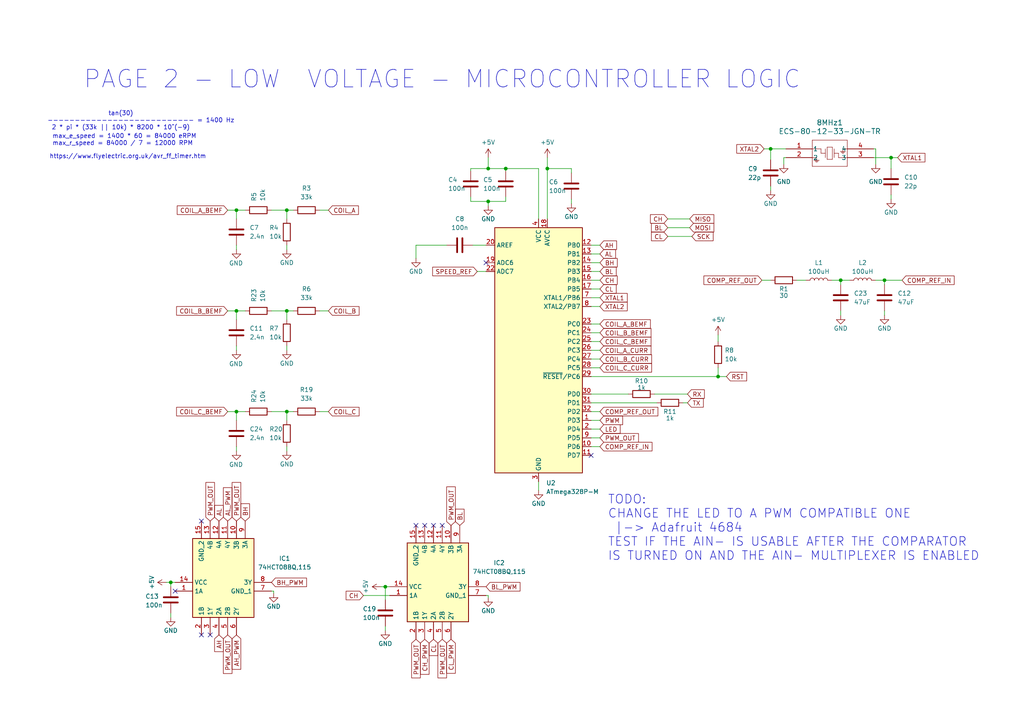
<source format=kicad_sch>
(kicad_sch (version 20231120) (generator "eeschema") (generator_version "8.0")
  (paper "A4")
  (lib_symbols
    (symbol "74HCT08BQ_115:74HCT08BQ,115"
      (property "Reference" "IC" (at 24.13 17.78 0))
      (property "Value" "74HCT08BQ,115" (at 24.13 15.24 0))
      (symbol "74HCT08BQ,115_1_1"
        (rectangle (start 5.08 12.7) (end 22.86 -10.16) (stroke (width 0.254)) (fill (type background)))
        (pin passive line (at 0 -2.54 0) (length 5.08) (name "1A") (number "1"))
        (pin passive line (at 17.78 17.78 270) (length 5.08) (name "3B") (number "10"))
        (pin passive line (at 15.24 17.78 270) (length 5.08) (name "4Y") (number "11"))
        (pin passive line (at 12.7 17.78 270) (length 5.08) (name "4A") (number "12"))
        (pin passive line (at 10.16 17.78 270) (length 5.08) (name "4B") (number "13"))
        (pin passive line (at 0 0 0) (length 5.08) (name "VCC") (number "14"))
        (pin passive line (at 7.62 17.78 270) (length 5.08) (name "GND_2") (number "15"))
        (pin passive line (at 7.62 -15.24 90) (length 5.08) (name "1B") (number "2"))
        (pin passive line (at 10.16 -15.24 90) (length 5.08) (name "1Y") (number "3"))
        (pin passive line (at 12.7 -15.24 90) (length 5.08) (name "2A") (number "4"))
        (pin passive line (at 15.24 -15.24 90) (length 5.08) (name "2B") (number "5"))
        (pin passive line (at 17.78 -15.24 90) (length 5.08) (name "2Y") (number "6"))
        (pin passive line (at 27.94 -2.54 180) (length 5.08) (name "GND_1") (number "7"))
        (pin passive line (at 27.94 0 180) (length 5.08) (name "3Y") (number "8"))
        (pin passive line (at 20.32 17.78 270) (length 5.08) (name "3A") (number "9"))
      )
    )
    (symbol "Device:C" (pin_numbers hide) (pin_names (offset 0.254))
      (property "Reference" "C" (at 0.635 2.54 0))
      (property "Value" "C" (at 0.635 -2.54 0))
      (symbol "C_0_1"
        (polyline (pts (xy -2.032 -0.762) (xy 2.032 -0.762)) (stroke (width 0.508)))
        (polyline (pts (xy -2.032 0.762) (xy 2.032 0.762)) (stroke (width 0.508)))
      )
      (symbol "C_1_1"
        (pin passive line (at 0 3.81 270) (length 2.794) (name "~") (number "1"))
        (pin passive line (at 0 -3.81 90) (length 2.794) (name "~") (number "2"))
      )
    )
    (symbol "Device:L" (pin_numbers hide) (pin_names (offset 1.016) hide)
      (property "Reference" "L" (at -1.27 0 90))
      (property "Value" "L" (at 1.905 0 90))
      (symbol "L_0_1"
        (arc (start 0 -2.54) (mid 0.6323 -1.905) (end 0 -1.27))
        (arc (start 0 -1.27) (mid 0.6323 -0.635) (end 0 0))
        (arc (start 0 0) (mid 0.6323 0.635) (end 0 1.27))
        (arc (start 0 1.27) (mid 0.6323 1.905) (end 0 2.54))
      )
      (symbol "L_1_1"
        (pin passive line (at 0 3.81 270) (length 1.27) (name "1") (number "1"))
        (pin passive line (at 0 -3.81 90) (length 1.27) (name "2") (number "2"))
      )
    )
    (symbol "Device:R" (pin_numbers hide) (pin_names (offset 0))
      (property "Reference" "R" (at 2.032 0 90))
      (property "Value" "R" (at 0 0 90))
      (symbol "R_0_1"
        (rectangle (start -1.016 -2.54) (end 1.016 2.54) (stroke (width 0.254)))
      )
      (symbol "R_1_1"
        (pin passive line (at 0 3.81 270) (length 1.27) (name "~") (number "1"))
        (pin passive line (at 0 -3.81 90) (length 1.27) (name "~") (number "2"))
      )
    )
    (symbol "ECS-80-12-30BQ-JES-TR:ECS-80-12-30BQ-JES-TR" (pin_names (offset 0.254))
      (property "Reference" "XTAL" (at 12.7 7.62 0))
      (property "Value" "ECS-80-12-30BQ-JES-TR" (at 12.7 5.08 0))
      (symbol "ECS-80-12-30BQ-JES-TR_0_1"
        (polyline (pts (xy 7.62 -5.08) (xy 17.78 -5.08)) (stroke (width 0.127)))
        (polyline (pts (xy 7.62 -2.54) (xy 8.89 -2.54)) (stroke (width 0.127)))
        (polyline (pts (xy 7.62 2.54) (xy 7.62 -5.08)) (stroke (width 0.127)))
        (polyline (pts (xy 8.128 -3.302) (xy 9.652 -3.302)) (stroke (width 0.127)))
        (polyline (pts (xy 8.382 -3.556) (xy 9.398 -3.556)) (stroke (width 0.127)))
        (polyline (pts (xy 8.636 -3.81) (xy 9.144 -3.81)) (stroke (width 0.127)))
        (polyline (pts (xy 8.89 -2.54) (xy 8.89 -3.302)) (stroke (width 0.127)))
        (polyline (pts (xy 10.16 -1.27) (xy 10.16 0)) (stroke (width 0.127)))
        (polyline (pts (xy 10.16 0) (xy 7.62 0)) (stroke (width 0.127)))
        (polyline (pts (xy 11.43 -1.27) (xy 10.16 -1.27)) (stroke (width 0.127)))
        (polyline (pts (xy 11.43 0) (xy 11.43 -2.54)) (stroke (width 0.127)))
        (polyline (pts (xy 11.938 -3.048) (xy 13.462 -3.048)) (stroke (width 0.127)))
        (polyline (pts (xy 11.938 0.508) (xy 11.938 -3.048)) (stroke (width 0.127)))
        (polyline (pts (xy 13.462 -3.048) (xy 13.462 0.508)) (stroke (width 0.127)))
        (polyline (pts (xy 13.462 0.508) (xy 11.938 0.508)) (stroke (width 0.127)))
        (polyline (pts (xy 13.97 -1.27) (xy 15.24 -1.27)) (stroke (width 0.127)))
        (polyline (pts (xy 13.97 0) (xy 13.97 -2.54)) (stroke (width 0.127)))
        (polyline (pts (xy 15.24 -2.54) (xy 17.78 -2.54)) (stroke (width 0.127)))
        (polyline (pts (xy 15.24 -1.27) (xy 15.24 -2.54)) (stroke (width 0.127)))
        (polyline (pts (xy 16.51 0) (xy 16.51 -0.762)) (stroke (width 0.127)))
        (polyline (pts (xy 16.764 -1.27) (xy 16.256 -1.27)) (stroke (width 0.127)))
        (polyline (pts (xy 17.018 -1.016) (xy 16.002 -1.016)) (stroke (width 0.127)))
        (polyline (pts (xy 17.272 -0.762) (xy 15.748 -0.762)) (stroke (width 0.127)))
        (polyline (pts (xy 17.78 -5.08) (xy 17.78 2.54)) (stroke (width 0.127)))
        (polyline (pts (xy 17.78 0) (xy 16.51 0)) (stroke (width 0.127)))
        (polyline (pts (xy 17.78 2.54) (xy 7.62 2.54)) (stroke (width 0.127)))
        (pin output line (at 0 0 0) (length 7.62) (name "1") (number "1"))
        (pin power_out line (at 0 -2.54 0) (length 7.62) (name "2") (number "2"))
        (pin output line (at 25.4 -2.54 180) (length 7.62) (name "3") (number "3"))
        (pin power_out line (at 25.4 0 180) (length 7.62) (name "4") (number "4"))
      )
    )
    (symbol "MCU_Microchip_ATmega:ATmega328P-M"
      (property "Reference" "U" (at -12.7 36.83 0))
      (property "Value" "ATmega328P-M" (at 2.54 -36.83 0))
      (symbol "ATmega328P-M_0_1"
        (rectangle (start -12.7 -35.56) (end 12.7 35.56) (stroke (width 0.254)) (fill (type background)))
      )
      (symbol "ATmega328P-M_1_1"
        (pin bidirectional line (at 15.24 -20.32 180) (length 2.54) (name "PD3") (number "1"))
        (pin bidirectional line (at 15.24 -27.94 180) (length 2.54) (name "PD6") (number "10"))
        (pin bidirectional line (at 15.24 -30.48 180) (length 2.54) (name "PD7") (number "11"))
        (pin bidirectional line (at 15.24 30.48 180) (length 2.54) (name "PB0") (number "12"))
        (pin bidirectional line (at 15.24 27.94 180) (length 2.54) (name "PB1") (number "13"))
        (pin bidirectional line (at 15.24 25.4 180) (length 2.54) (name "PB2") (number "14"))
        (pin bidirectional line (at 15.24 22.86 180) (length 2.54) (name "PB3") (number "15"))
        (pin bidirectional line (at 15.24 20.32 180) (length 2.54) (name "PB4") (number "16"))
        (pin bidirectional line (at 15.24 17.78 180) (length 2.54) (name "PB5") (number "17"))
        (pin power_in line (at 2.54 38.1 270) (length 2.54) (name "AVCC") (number "18"))
        (pin input line (at -15.24 25.4 0) (length 2.54) (name "ADC6") (number "19"))
        (pin bidirectional line (at 15.24 -22.86 180) (length 2.54) (name "PD4") (number "2"))
        (pin passive line (at -15.24 30.48 0) (length 2.54) (name "AREF") (number "20"))
        (pin passive line (at 0 -38.1 90) (length 2.54) hide (name "GND") (number "21"))
        (pin input line (at -15.24 22.86 0) (length 2.54) (name "ADC7") (number "22"))
        (pin bidirectional line (at 15.24 7.62 180) (length 2.54) (name "PC0") (number "23"))
        (pin bidirectional line (at 15.24 5.08 180) (length 2.54) (name "PC1") (number "24"))
        (pin bidirectional line (at 15.24 2.54 180) (length 2.54) (name "PC2") (number "25"))
        (pin bidirectional line (at 15.24 0 180) (length 2.54) (name "PC3") (number "26"))
        (pin bidirectional line (at 15.24 -2.54 180) (length 2.54) (name "PC4") (number "27"))
        (pin bidirectional line (at 15.24 -5.08 180) (length 2.54) (name "PC5") (number "28"))
        (pin bidirectional line (at 15.24 -7.62 180) (length 2.54) (name "~{RESET}/PC6") (number "29"))
        (pin power_in line (at 0 -38.1 90) (length 2.54) (name "GND") (number "3"))
        (pin bidirectional line (at 15.24 -12.7 180) (length 2.54) (name "PD0") (number "30"))
        (pin bidirectional line (at 15.24 -15.24 180) (length 2.54) (name "PD1") (number "31"))
        (pin bidirectional line (at 15.24 -17.78 180) (length 2.54) (name "PD2") (number "32"))
        (pin passive line (at 0 -38.1 90) (length 2.54) hide (name "GND") (number "33"))
        (pin power_in line (at 0 38.1 270) (length 2.54) (name "VCC") (number "4"))
        (pin passive line (at 0 -38.1 90) (length 2.54) hide (name "GND") (number "5"))
        (pin passive line (at 0 38.1 270) (length 2.54) hide (name "VCC") (number "6"))
        (pin bidirectional line (at 15.24 15.24 180) (length 2.54) (name "XTAL1/PB6") (number "7"))
        (pin bidirectional line (at 15.24 12.7 180) (length 2.54) (name "XTAL2/PB7") (number "8"))
        (pin bidirectional line (at 15.24 -25.4 180) (length 2.54) (name "PD5") (number "9"))
      )
    )
    (symbol "power:+5V" (power) (pin_names (offset 0))
      (property "Value" "+5V" (at 0 3.556 0))
      (symbol "+5V_0_1"
        (polyline (pts (xy -0.762 1.27) (xy 0 2.54)))
        (polyline (pts (xy 0 0) (xy 0 2.54)))
        (polyline (pts (xy 0 2.54) (xy 0.762 1.27)))
      )
      (symbol "+5V_1_1"
        (pin power_in line (at 0 0 90) (length 0) hide (name "+5V") (number "1"))
      )
    )
    (symbol "power:GND" (power) (pin_names (offset 0))
      (property "Value" "GND" (at 0 -3.81 0))
      (symbol "GND_0_1"
        (polyline (pts (xy 0 0) (xy 0 -1.27) (xy 1.27 -1.27) (xy 0 -2.54) (xy -1.27 -1.27) (xy 0 -1.27)))
      )
      (symbol "GND_1_1"
        (pin power_in line (at 0 0 270) (length 0) hide (name "GND") (number "1"))
      )
    )
  )
  (junction (at 68.58 60.96))
  (junction (at 111.76 170.18))
  (junction (at 146.685 48.895))
  (junction (at 141.605 48.895))
  (junction (at 243.84 81.28))
  (junction (at 49.53 168.91))
  (junction (at 83.185 90.17))
  (junction (at 83.185 60.96))
  (junction (at 83.185 119.38))
  (junction (at 158.75 48.895))
  (junction (at 256.54 81.28))
  (junction (at 223.52 43.18))
  (junction (at 208.28 109.22))
  (junction (at 68.58 90.17))
  (junction (at 68.58 119.38))
  (junction (at 141.605 58.42))
  (junction (at 258.445 45.72))
  (no_connect (at 128.27 152.4))
  (no_connect (at 123.19 152.4))
  (no_connect (at 60.96 184.15))
  (no_connect (at 120.65 152.4))
  (no_connect (at 58.42 151.13))
  (no_connect (at 50.8 171.45))
  (no_connect (at 58.42 184.15))
  (no_connect (at 171.45 132.08))
  (no_connect (at 125.73 152.4))
  (no_connect (at 140.97 76.2))
  (wire (pts (xy 256.54 81.28) (xy 261.62 81.28)))
  (wire (pts (xy 78.74 60.96) (xy 83.185 60.96)))
  (wire (pts (xy 68.58 90.17) (xy 68.58 92.71)))
  (wire (pts (xy 171.45 81.28) (xy 173.99 81.28)))
  (wire (pts (xy 171.45 86.36) (xy 173.99 86.36)))
  (wire (pts (xy 68.58 119.38) (xy 68.58 121.92)))
  (wire (pts (xy 68.58 60.96) (xy 71.12 60.96)))
  (wire (pts (xy 220.98 81.28) (xy 223.52 81.28)))
  (wire (pts (xy 231.14 81.28) (xy 233.68 81.28)))
  (wire (pts (xy 171.45 99.06) (xy 173.99 99.06)))
  (wire (pts (xy 83.185 129.54) (xy 83.185 130.81)))
  (wire (pts (xy 141.605 58.42) (xy 146.685 58.42)))
  (wire (pts (xy 171.45 93.98) (xy 173.99 93.98)))
  (wire (pts (xy 227.33 45.72) (xy 227.33 47.625)))
  (wire (pts (xy 68.58 90.17) (xy 71.12 90.17)))
  (wire (pts (xy 171.45 76.2) (xy 173.99 76.2)))
  (wire (pts (xy 221.615 43.18) (xy 223.52 43.18)))
  (wire (pts (xy 136.525 49.53) (xy 136.525 48.895)))
  (wire (pts (xy 140.97 172.72) (xy 141.605 172.72)))
  (wire (pts (xy 193.675 68.58) (xy 200.66 68.58)))
  (wire (pts (xy 223.52 43.18) (xy 223.52 46.355)))
  (wire (pts (xy 66.04 60.96) (xy 68.58 60.96)))
  (wire (pts (xy 146.685 57.15) (xy 146.685 58.42)))
  (wire (pts (xy 158.75 63.5) (xy 158.75 48.895)))
  (wire (pts (xy 83.185 119.38) (xy 83.185 121.92)))
  (wire (pts (xy 92.71 90.17) (xy 95.25 90.17)))
  (wire (pts (xy 173.99 124.46) (xy 171.45 124.46)))
  (wire (pts (xy 171.45 106.68) (xy 173.99 106.68)))
  (wire (pts (xy 49.53 170.18) (xy 49.53 168.91)))
  (wire (pts (xy 165.735 57.785) (xy 165.735 59.055)))
  (wire (pts (xy 193.675 66.04) (xy 200.025 66.04)))
  (wire (pts (xy 243.84 91.44) (xy 243.84 90.17)))
  (wire (pts (xy 171.45 83.82) (xy 173.99 83.82)))
  (wire (pts (xy 78.74 119.38) (xy 83.185 119.38)))
  (wire (pts (xy 111.76 173.99) (xy 111.76 170.18)))
  (wire (pts (xy 146.685 48.895) (xy 156.21 48.895)))
  (wire (pts (xy 83.185 71.12) (xy 83.185 72.39)))
  (wire (pts (xy 158.75 48.895) (xy 165.735 48.895)))
  (wire (pts (xy 79.375 171.45) (xy 79.375 172.085)))
  (wire (pts (xy 258.445 45.72) (xy 258.445 48.895)))
  (wire (pts (xy 158.75 48.895) (xy 158.75 45.72)))
  (wire (pts (xy 68.58 129.54) (xy 68.58 130.81)))
  (wire (pts (xy 78.74 90.17) (xy 83.185 90.17)))
  (wire (pts (xy 208.28 109.22) (xy 210.693 109.22)))
  (wire (pts (xy 193.675 63.5) (xy 200.025 63.5)))
  (wire (pts (xy 256.54 91.44) (xy 256.54 90.17)))
  (wire (pts (xy 105.41 172.72) (xy 113.03 172.72)))
  (wire (pts (xy 223.52 53.975) (xy 223.52 55.245)))
  (wire (pts (xy 256.54 81.28) (xy 256.54 82.55)))
  (wire (pts (xy 120.65 71.12) (xy 120.65 74.93)))
  (wire (pts (xy 208.28 97.155) (xy 208.28 99.06)))
  (wire (pts (xy 68.58 71.12) (xy 68.58 72.39)))
  (wire (pts (xy 83.185 60.96) (xy 83.185 63.5)))
  (wire (pts (xy 258.445 56.515) (xy 258.445 57.785)))
  (wire (pts (xy 92.71 119.38) (xy 95.25 119.38)))
  (wire (pts (xy 171.45 78.74) (xy 173.99 78.74)))
  (wire (pts (xy 83.185 90.17) (xy 85.09 90.17)))
  (wire (pts (xy 111.76 181.61) (xy 111.76 182.88)))
  (wire (pts (xy 66.04 119.38) (xy 68.58 119.38)))
  (wire (pts (xy 198.12 116.84) (xy 199.39 116.84)))
  (wire (pts (xy 171.45 101.6) (xy 173.99 101.6)))
  (wire (pts (xy 171.45 71.12) (xy 173.99 71.12)))
  (wire (pts (xy 66.04 90.17) (xy 68.58 90.17)))
  (wire (pts (xy 156.21 139.7) (xy 156.21 142.24)))
  (wire (pts (xy 136.525 48.895) (xy 141.605 48.895)))
  (wire (pts (xy 246.38 81.28) (xy 243.84 81.28)))
  (wire (pts (xy 83.185 119.38) (xy 85.09 119.38)))
  (wire (pts (xy 253.365 45.72) (xy 258.445 45.72)))
  (wire (pts (xy 92.71 60.96) (xy 95.25 60.96)))
  (wire (pts (xy 141.605 58.42) (xy 141.605 59.69)))
  (wire (pts (xy 254 43.18) (xy 254 47.625)))
  (wire (pts (xy 83.185 60.96) (xy 85.09 60.96)))
  (wire (pts (xy 189.865 114.3) (xy 199.39 114.3)))
  (wire (pts (xy 241.3 81.28) (xy 243.84 81.28)))
  (wire (pts (xy 171.45 96.52) (xy 173.99 96.52)))
  (wire (pts (xy 136.525 58.42) (xy 141.605 58.42)))
  (wire (pts (xy 83.185 90.17) (xy 83.185 92.71)))
  (wire (pts (xy 227.965 45.72) (xy 227.33 45.72)))
  (wire (pts (xy 171.45 129.54) (xy 173.99 129.54)))
  (wire (pts (xy 49.53 177.8) (xy 49.53 179.07)))
  (wire (pts (xy 136.525 57.15) (xy 136.525 58.42)))
  (wire (pts (xy 171.45 121.92) (xy 173.99 121.92)))
  (wire (pts (xy 137.16 71.12) (xy 140.97 71.12)))
  (wire (pts (xy 141.605 48.895) (xy 146.685 48.895)))
  (wire (pts (xy 68.58 100.33) (xy 68.58 101.6)))
  (wire (pts (xy 171.45 104.14) (xy 173.99 104.14)))
  (wire (pts (xy 171.45 88.9) (xy 173.99 88.9)))
  (wire (pts (xy 171.45 109.22) (xy 208.28 109.22)))
  (wire (pts (xy 258.445 45.72) (xy 260.35 45.72)))
  (wire (pts (xy 171.45 116.84) (xy 190.5 116.84)))
  (wire (pts (xy 156.21 48.895) (xy 156.21 63.5)))
  (wire (pts (xy 223.52 43.18) (xy 227.965 43.18)))
  (wire (pts (xy 254 81.28) (xy 256.54 81.28)))
  (wire (pts (xy 171.45 73.66) (xy 173.99 73.66)))
  (wire (pts (xy 253.365 43.18) (xy 254 43.18)))
  (wire (pts (xy 171.45 119.38) (xy 173.99 119.38)))
  (wire (pts (xy 110.49 170.18) (xy 111.76 170.18)))
  (wire (pts (xy 83.185 100.33) (xy 83.185 101.6)))
  (wire (pts (xy 141.605 48.895) (xy 141.605 45.72)))
  (wire (pts (xy 138.43 78.74) (xy 140.97 78.74)))
  (wire (pts (xy 208.28 106.68) (xy 208.28 109.22)))
  (wire (pts (xy 129.54 71.12) (xy 120.65 71.12)))
  (wire (pts (xy 68.58 60.96) (xy 68.58 63.5)))
  (wire (pts (xy 48.26 168.91) (xy 49.53 168.91)))
  (wire (pts (xy 141.605 172.72) (xy 141.605 173.355)))
  (wire (pts (xy 146.685 49.53) (xy 146.685 48.895)))
  (wire (pts (xy 111.76 170.18) (xy 113.03 170.18)))
  (wire (pts (xy 243.84 81.28) (xy 243.84 82.55)))
  (wire (pts (xy 171.45 114.3) (xy 182.245 114.3)))
  (wire (pts (xy 171.45 127) (xy 173.99 127)))
  (wire (pts (xy 68.58 119.38) (xy 71.12 119.38)))
  (wire (pts (xy 165.735 48.895) (xy 165.735 50.165)))
  (wire (pts (xy 78.74 171.45) (xy 79.375 171.45)))
  (wire (pts (xy 49.53 168.91) (xy 50.8 168.91)))
  (text "https://www.flyelectric.org.uk/avr_ff_timer.htm" (at 37.084 45.466 0) (effects (font (size 1.27 1.27))))
  (text "tan(30)\n            --------------------------- = 1400 Hz\n2 * pi * (33k || 10k) * 8200 * 10^(-9)" (at 35.052 35.052 0) (effects (font (size 1.27 1.27))))
  (text "max_e_speed = 1400 * 60 = 84000 eRPM\n max_r_speed = 84000 / 7 = 12000 RPM  " (at 36.068 40.64 0) (effects (font (size 1.27 1.27))))
  (text "PAGE 2 - LOW  VOLTAGE - MICROCONTROLLER LOGIC\n" (at 24.13 23.114 0) (effects (font (size 5.08 5.08)) (justify left)))
  (text "TODO:\nCHANGE THE LED TO A PWM COMPATIBLE ONE\n |-> Adafruit 4684\nTEST IF THE AIN- IS USABLE AFTER THE COMPARATOR\nIS TURNED ON AND THE AIN- MULTIPLEXER IS ENABLED" (at 176.276 153.162 0) (effects (font (size 2.54 2.54)) (justify left)))
  (global_label "XTAL1" (shape input) (at 260.35 45.72 0) (property "Intersheetrefs" "${INTERSHEET_REFS}" (effects (hide yes))))
  (global_label "COIL_C_BEMF" (shape input) (at 66.04 119.38 180) (property "Intersheetrefs" "${INTERSHEET_REFS}" (effects (hide yes))))
  (global_label "COIL_A_CURR" (shape input) (at 173.99 101.6 0) (property "Intersheetrefs" "${INTERSHEET_REFS}" (effects (hide yes))))
  (global_label "CH" (shape input) (at 105.41 172.72 180) (property "Intersheetrefs" "${INTERSHEET_REFS}" (effects (hide yes))))
  (global_label "PWM" (shape input) (at 173.99 121.92 0) (property "Intersheetrefs" "${INTERSHEET_REFS}" (effects (hide yes))))
  (global_label "MISO" (shape input) (at 200.025 63.5 0) (property "Intersheetrefs" "${INTERSHEET_REFS}" (effects (hide yes))))
  (global_label "LED" (shape input) (at 173.99 124.46 0) (property "Intersheetrefs" "${INTERSHEET_REFS}" (effects (hide yes))))
  (global_label "COIL_B_BEMF" (shape input) (at 173.99 96.52 0) (property "Intersheetrefs" "${INTERSHEET_REFS}" (effects (hide yes))))
  (global_label "AH" (shape input) (at 63.5 184.15 270) (property "Intersheetrefs" "${INTERSHEET_REFS}" (effects (hide yes))))
  (global_label "AL_PWM" (shape input) (at 66.04 151.13 90) (property "Intersheetrefs" "${INTERSHEET_REFS}" (effects (hide yes))))
  (global_label "CL_PWM" (shape input) (at 130.81 185.42 270) (property "Intersheetrefs" "${INTERSHEET_REFS}" (effects (hide yes))))
  (global_label "COIL_C" (shape input) (at 95.25 119.38 0) (property "Intersheetrefs" "${INTERSHEET_REFS}" (effects (hide yes))))
  (global_label "XTAL2" (shape input) (at 221.615 43.18 180) (property "Intersheetrefs" "${INTERSHEET_REFS}" (effects (hide yes))))
  (global_label "CL" (shape input) (at 193.675 68.58 180) (property "Intersheetrefs" "${INTERSHEET_REFS}" (effects (hide yes))))
  (global_label "PWM_OUT" (shape input) (at 130.81 152.4 90) (property "Intersheetrefs" "${INTERSHEET_REFS}" (effects (hide yes))))
  (global_label "COMP_REF_IN" (shape input) (at 261.62 81.28 0) (property "Intersheetrefs" "${INTERSHEET_REFS}" (effects (hide yes))))
  (global_label "COMP_REF_OUT" (shape input) (at 220.98 81.28 180) (property "Intersheetrefs" "${INTERSHEET_REFS}" (effects (hide yes))))
  (global_label "COIL_B" (shape input) (at 95.25 90.17 0) (property "Intersheetrefs" "${INTERSHEET_REFS}" (effects (hide yes))))
  (global_label "XTAL1" (shape input) (at 173.99 86.36 0) (property "Intersheetrefs" "${INTERSHEET_REFS}" (effects (hide yes))))
  (global_label "PWM_OUT" (shape input) (at 68.58 151.13 90) (property "Intersheetrefs" "${INTERSHEET_REFS}" (effects (hide yes))))
  (global_label "BL" (shape input) (at 193.675 66.04 180) (property "Intersheetrefs" "${INTERSHEET_REFS}" (effects (hide yes))))
  (global_label "COIL_A_BEMF" (shape input) (at 173.99 93.98 0) (property "Intersheetrefs" "${INTERSHEET_REFS}" (effects (hide yes))))
  (global_label "COMP_REF_IN" (shape input) (at 173.99 129.54 0) (property "Intersheetrefs" "${INTERSHEET_REFS}" (effects (hide yes))))
  (global_label "CH" (shape input) (at 173.99 81.28 0) (property "Intersheetrefs" "${INTERSHEET_REFS}" (effects (hide yes))))
  (global_label "BL" (shape input) (at 133.35 152.4 90) (property "Intersheetrefs" "${INTERSHEET_REFS}" (effects (hide yes))))
  (global_label "SPEED_REF" (shape input) (at 138.43 78.74 180) (property "Intersheetrefs" "${INTERSHEET_REFS}" (effects (hide yes))))
  (global_label "CL" (shape input) (at 173.99 83.82 0) (property "Intersheetrefs" "${INTERSHEET_REFS}" (effects (hide yes))))
  (global_label "XTAL2" (shape input) (at 173.99 88.9 0) (property "Intersheetrefs" "${INTERSHEET_REFS}" (effects (hide yes))))
  (global_label "SCK" (shape input) (at 200.66 68.58 0) (property "Intersheetrefs" "${INTERSHEET_REFS}" (effects (hide yes))))
  (global_label "CL" (shape input) (at 125.73 185.42 270) (property "Intersheetrefs" "${INTERSHEET_REFS}" (effects (hide yes))))
  (global_label "AH" (shape input) (at 173.99 71.12 0) (property "Intersheetrefs" "${INTERSHEET_REFS}" (effects (hide yes))))
  (global_label "PWM_OUT" (shape input) (at 173.99 127 0) (property "Intersheetrefs" "${INTERSHEET_REFS}" (effects (hide yes))))
  (global_label "AL" (shape input) (at 173.99 73.66 0) (property "Intersheetrefs" "${INTERSHEET_REFS}" (effects (hide yes))))
  (global_label "COIL_C_CURR" (shape input) (at 173.99 106.68 0) (property "Intersheetrefs" "${INTERSHEET_REFS}" (effects (hide yes))))
  (global_label "AL" (shape input) (at 63.5 151.13 90) (property "Intersheetrefs" "${INTERSHEET_REFS}" (effects (hide yes))))
  (global_label "RX" (shape input) (at 199.39 114.3 0) (property "Intersheetrefs" "${INTERSHEET_REFS}" (effects (hide yes))))
  (global_label "COIL_B_CURR" (shape input) (at 173.99 104.14 0) (property "Intersheetrefs" "${INTERSHEET_REFS}" (effects (hide yes))))
  (global_label "RST" (shape input) (at 210.693 109.22 0) (property "Intersheetrefs" "${INTERSHEET_REFS}" (effects (hide yes))))
  (global_label "CH_PWM" (shape input) (at 123.19 185.42 270) (property "Intersheetrefs" "${INTERSHEET_REFS}" (effects (hide yes))))
  (global_label "COIL_B_BEMF" (shape input) (at 66.04 90.17 180) (property "Intersheetrefs" "${INTERSHEET_REFS}" (effects (hide yes))))
  (global_label "PWM_OUT" (shape input) (at 60.96 151.13 90) (property "Intersheetrefs" "${INTERSHEET_REFS}" (effects (hide yes))))
  (global_label "PWM_OUT" (shape input) (at 66.04 184.15 270) (property "Intersheetrefs" "${INTERSHEET_REFS}" (effects (hide yes))))
  (global_label "PWM_OUT" (shape input) (at 120.65 185.42 270) (property "Intersheetrefs" "${INTERSHEET_REFS}" (effects (hide yes))))
  (global_label "BH" (shape input) (at 173.99 76.2 0) (property "Intersheetrefs" "${INTERSHEET_REFS}" (effects (hide yes))))
  (global_label "COIL_C_BEMF" (shape input) (at 173.99 99.06 0) (property "Intersheetrefs" "${INTERSHEET_REFS}" (effects (hide yes))))
  (global_label "COIL_A_BEMF" (shape input) (at 66.04 60.96 180) (property "Intersheetrefs" "${INTERSHEET_REFS}" (effects (hide yes))))
  (global_label "CH" (shape input) (at 193.675 63.5 180) (property "Intersheetrefs" "${INTERSHEET_REFS}" (effects (hide yes))))
  (global_label "PWM_OUT" (shape input) (at 128.27 185.42 270) (property "Intersheetrefs" "${INTERSHEET_REFS}" (effects (hide yes))))
  (global_label "COMP_REF_OUT" (shape input) (at 173.99 119.38 0) (property "Intersheetrefs" "${INTERSHEET_REFS}" (effects (hide yes))))
  (global_label "BL_PWM" (shape input) (at 140.97 170.18 0) (property "Intersheetrefs" "${INTERSHEET_REFS}" (effects (hide yes))))
  (global_label "BH" (shape input) (at 71.12 151.13 90) (property "Intersheetrefs" "${INTERSHEET_REFS}" (effects (hide yes))))
  (global_label "COIL_A" (shape input) (at 95.25 60.96 0) (property "Intersheetrefs" "${INTERSHEET_REFS}" (effects (hide yes))))
  (global_label "BH_PWM" (shape input) (at 78.74 168.91 0) (property "Intersheetrefs" "${INTERSHEET_REFS}" (effects (hide yes))))
  (global_label "BL" (shape input) (at 173.99 78.74 0) (property "Intersheetrefs" "${INTERSHEET_REFS}" (effects (hide yes))))
  (global_label "MOSI" (shape input) (at 200.025 66.04 0) (property "Intersheetrefs" "${INTERSHEET_REFS}" (effects (hide yes))))
  (global_label "AH_PWM" (shape input) (at 68.58 184.15 270) (property "Intersheetrefs" "${INTERSHEET_REFS}" (effects (hide yes))))
  (global_label "TX" (shape input) (at 199.39 116.84 0) (property "Intersheetrefs" "${INTERSHEET_REFS}" (effects (hide yes))))
  (symbol (lib_id "Device:C") (at 243.84 86.36 180) (unit 1)
    (property "Reference" "C23" (at 247.65 85.0899 0) (effects (justify right)))
    (property "Value" "47uF" (at 247.65 87.6299 0) (effects (justify right)))
    (property "Footprint" "Capacitor_SMD:C_0805_2012Metric" (effects (hide yes)))
  )
  (symbol (lib_id "power:GND") (at 156.21 142.24 0) (unit 1)
    (property "Reference" "#PWR028" (effects (hide yes)))
    (property "Value" "GND" (at 156.21 146.05 0))
  )
  (symbol (lib_id "power:GND") (at 49.53 179.07 0) (unit 1)
    (property "Reference" "#PWR045" (effects (hide yes)))
    (property "Value" "GND" (at 49.53 182.88 0))
  )
  (symbol (lib_id "Device:R") (at 83.185 125.73 180) (unit 1)
    (property "Reference" "R20" (at 78.105 124.46 0) (effects (justify right)))
    (property "Value" "10k" (at 78.105 127 0) (effects (justify right)))
    (property "Footprint" "Resistor_SMD:R_0402_1005Metric" (effects (hide yes)))
  )
  (symbol (lib_id "Device:C") (at 49.53 173.99 180) (unit 1)
    (property "Reference" "C13" (at 42.164 172.974 0) (effects (justify right)))
    (property "Value" "100n" (at 42.164 175.514 0) (effects (justify right)))
    (property "Footprint" "Capacitor_SMD:C_0603_1608Metric" (effects (hide yes)))
  )
  (symbol (lib_id "Device:C") (at 146.685 53.34 180) (unit 1)
    (property "Reference" "C5" (at 140.1318 52.1462 0) (effects (justify right)))
    (property "Value" "100n" (at 140.1318 54.6862 0) (effects (justify right)))
    (property "Footprint" "Capacitor_SMD:C_0603_1608Metric" (effects (hide yes)))
  )
  (symbol (lib_id "Device:R") (at 186.055 114.3 270) (unit 1)
    (property "Reference" "R10" (at 186.055 110.49 90))
    (property "Value" "1k" (at 186.055 112.395 90))
    (property "Footprint" "Resistor_SMD:R_0402_1005Metric" (effects (hide yes)))
  )
  (symbol (lib_id "Device:R") (at 194.31 116.84 270) (unit 1)
    (property "Reference" "R11" (at 194.31 119.38 90))
    (property "Value" "1k" (at 194.31 121.285 90))
    (property "Footprint" "Resistor_SMD:R_0402_1005Metric" (effects (hide yes)))
  )
  (symbol (lib_id "Device:C") (at 68.58 96.52 180) (unit 1)
    (property "Reference" "C11" (at 72.39 95.2499 0) (effects (justify right)))
    (property "Value" "2.4n" (at 72.39 97.7899 0) (effects (justify right)))
    (property "Footprint" "Capacitor_SMD:C_0402_1005Metric" (effects (hide yes)))
  )
  (symbol (lib_id "Device:R") (at 227.33 81.28 270) (unit 1)
    (property "Reference" "R1" (at 227.33 83.82 90))
    (property "Value" "30" (at 227.33 85.725 90))
    (property "Footprint" "Resistor_SMD:R_0402_1005Metric" (effects (hide yes)))
  )
  (symbol (lib_id "power:GND") (at 79.375 172.085 0) (unit 1)
    (property "Reference" "#PWR041" (effects (hide yes)))
    (property "Value" "GND" (at 79.375 175.895 0))
  )
  (symbol (lib_id "power:GND") (at 83.185 101.6 0) (unit 1)
    (property "Reference" "#PWR024" (effects (hide yes)))
    (property "Value" "GND" (at 83.185 105.41 0))
  )
  (symbol (lib_id "74HCT08BQ_115:74HCT08BQ,115") (at 50.8 168.91 0) (unit 1)
    (property "Reference" "IC1" (at 82.55 161.9819 0))
    (property "Value" "74HCT08BQ,115" (at 82.55 164.5219 0))
    (property "Footprint" "74HCT08BQ115:74HCT08BQ115" (effects (hide yes)))
    (property "Datasheet" "https://assets.nexperia.com/documents/data-sheet/74HC_HCT08.pdf" (effects (hide yes)))
    (property "Height" "1" (effects (hide yes)))
    (property "Mouser Part Number" "771-HCT08BQ115" (effects (hide yes)))
    (property "Mouser Price/Stock" "https://www.mouser.co.uk/ProductDetail/Nexperia/74HCT08BQ115?qs=P62ublwmbi8dqK72P265Rw%3D%3D" (effects (hide yes)))
    (property "Manufacturer_Name" "Nexperia" (effects (hide yes)))
    (property "Manufacturer_Part_Number" "74HCT08BQ,115" (effects (hide yes)))
  )
  (symbol (lib_id "Device:C") (at 136.525 53.34 180) (unit 1)
    (property "Reference" "C4" (at 129.9718 52.1462 0) (effects (justify right)))
    (property "Value" "100n" (at 129.9718 54.6862 0) (effects (justify right)))
    (property "Footprint" "Capacitor_SMD:C_0603_1608Metric" (effects (hide yes)))
  )
  (symbol (lib_id "Device:C") (at 223.52 50.165 180) (unit 1)
    (property "Reference" "C9" (at 216.9668 48.9712 0) (effects (justify right)))
    (property "Value" "22p" (at 216.9668 51.5112 0) (effects (justify right)))
    (property "Footprint" "Capacitor_SMD:C_0402_1005Metric" (effects (hide yes)))
  )
  (symbol (lib_id "power:+5V") (at 110.49 170.18 90) (unit 1)
    (property "Reference" "#PWR048" (effects (hide yes)))
    (property "Value" "+5V" (at 106.045 170.18 0))
  )
  (symbol (lib_id "Device:C") (at 111.76 177.8 180) (unit 1)
    (property "Reference" "C19" (at 105.2068 176.6062 0) (effects (justify right)))
    (property "Value" "100n" (at 105.2068 179.1462 0) (effects (justify right)))
    (property "Footprint" "Capacitor_SMD:C_0603_1608Metric" (effects (hide yes)))
  )
  (symbol (lib_id "Device:R") (at 88.9 119.38 90) (unit 1)
    (property "Reference" "R19" (at 88.9 113.03 90))
    (property "Value" "33k" (at 88.9 115.57 90))
    (property "Footprint" "Resistor_SMD:R_0402_1005Metric" (effects (hide yes)))
  )
  (symbol (lib_id "Device:L") (at 250.19 81.28 90) (unit 1)
    (property "Reference" "L2" (at 250.19 76.2 90))
    (property "Value" "100uH" (at 250.19 78.74 90))
    (property "Footprint" "Inductor_SMD:L_0805_2012Metric" (effects (hide yes)))
    (property "Description" "Inductor" (effects (hide yes)))
  )
  (symbol (lib_id "Device:R") (at 88.9 90.17 90) (unit 1)
    (property "Reference" "R6" (at 88.9 83.82 90))
    (property "Value" "33k" (at 88.9 86.36 90))
    (property "Footprint" "Resistor_SMD:R_0402_1005Metric" (effects (hide yes)))
  )
  (symbol (lib_id "power:GND") (at 141.605 173.355 0) (unit 1)
    (property "Reference" "#PWR042" (effects (hide yes)))
    (property "Value" "GND" (at 141.605 177.165 0))
  )
  (symbol (lib_id "Device:R") (at 208.28 102.87 0) (unit 1)
    (property "Reference" "R8" (at 210.185 101.6 0) (effects (justify left)))
    (property "Value" "10k" (at 210.185 104.14 0) (effects (justify left)))
    (property "Footprint" "Resistor_SMD:R_0402_1005Metric" (effects (hide yes)))
  )
  (symbol (lib_id "Device:R") (at 88.9 60.96 90) (unit 1)
    (property "Reference" "R3" (at 88.9 54.61 90))
    (property "Value" "33k" (at 88.9 57.15 90))
    (property "Footprint" "Resistor_SMD:R_0402_1005Metric" (effects (hide yes)))
  )
  (symbol (lib_id "Device:C") (at 68.58 125.73 180) (unit 1)
    (property "Reference" "C24" (at 72.39 124.4599 0) (effects (justify right)))
    (property "Value" "2.4n" (at 72.39 126.9999 0) (effects (justify right)))
    (property "Footprint" "Capacitor_SMD:C_0402_1005Metric" (effects (hide yes)))
  )
  (symbol (lib_id "Device:L") (at 237.49 81.28 90) (unit 1)
    (property "Reference" "L1" (at 237.49 76.2 90))
    (property "Value" "100uH" (at 237.49 78.74 90))
    (property "Footprint" "Inductor_SMD:L_0805_2012Metric" (effects (hide yes)))
    (property "Description" "Inductor" (effects (hide yes)))
  )
  (symbol (lib_id "power:+5V") (at 48.26 168.91 90) (unit 1)
    (property "Reference" "#PWR047" (effects (hide yes)))
    (property "Value" "+5V" (at 44.018 168.91 0))
  )
  (symbol (lib_id "Device:R") (at 74.93 119.38 270) (unit 1)
    (property "Reference" "R24" (at 73.66 116.84 0) (effects (justify right)))
    (property "Value" "10k" (at 76.2 116.84 0) (effects (justify right)))
    (property "Footprint" "Resistor_SMD:R_0402_1005Metric" (effects (hide yes)))
  )
  (symbol (lib_id "Device:C") (at 256.54 86.36 180) (unit 1)
    (property "Reference" "C12" (at 260.35 85.0899 0) (effects (justify right)))
    (property "Value" "47uF" (at 260.35 87.6299 0) (effects (justify right)))
    (property "Footprint" "Capacitor_SMD:C_0805_2012Metric" (effects (hide yes)))
  )
  (symbol (lib_id "power:GND") (at 227.33 47.625 0) (unit 1)
    (property "Reference" "#PWR018" (effects (hide yes)))
    (property "Value" "GND" (at 227.33 52.705 0))
  )
  (symbol (lib_id "Device:C") (at 133.35 71.12 90) (unit 1)
    (property "Reference" "C8" (at 133.35 63.5 90))
    (property "Value" "100n" (at 133.35 66.04 90))
    (property "Footprint" "Capacitor_SMD:C_0402_1005Metric" (effects (hide yes)))
  )
  (symbol (lib_id "power:GND") (at 68.58 72.39 0) (mirror y) (unit 1)
    (property "Reference" "#PWR013" (effects (hide yes)))
    (property "Value" "GND" (at 68.453 76.327 0))
  )
  (symbol (lib_id "power:GND") (at 223.52 55.245 0) (unit 1)
    (property "Reference" "#PWR020" (effects (hide yes)))
    (property "Value" "GND" (at 223.52 59.055 0))
  )
  (symbol (lib_id "MCU_Microchip_ATmega:ATmega328P-M") (at 156.21 101.6 0) (unit 1)
    (property "Reference" "U2" (at 158.4041 140.081 0) (effects (justify left)))
    (property "Value" "ATmega328P-M" (at 158.4041 142.621 0) (effects (justify left)))
    (property "Footprint" "Package_DFN_QFN:QFN-32-1EP_5x5mm_P0.5mm_EP3.1x3.1mm" (effects (hide yes)))
    (property "Datasheet" "http://ww1.microchip.com/downloads/en/DeviceDoc/ATmega328_P%20AVR%20MCU%20with%20picoPower%20Technology%20Data%20Sheet%2040001984A.pdf" (effects (hide yes)))
  )
  (symbol (lib_id "power:+5V") (at 158.75 45.72 0) (unit 1)
    (property "Reference" "#PWR012" (effects (hide yes)))
    (property "Value" "+5V" (at 158.75 41.275 0))
  )
  (symbol (lib_id "Device:C") (at 68.58 67.31 180) (unit 1)
    (property "Reference" "C7" (at 72.39 66.0399 0) (effects (justify right)))
    (property "Value" "2.4n" (at 72.39 68.5799 0) (effects (justify right)))
    (property "Footprint" "Capacitor_SMD:C_0402_1005Metric" (effects (hide yes)))
  )
  (symbol (lib_id "power:+5V") (at 141.605 45.72 0) (unit 1)
    (property "Reference" "#PWR011" (effects (hide yes)))
    (property "Value" "+5V" (at 141.605 41.275 0))
  )
  (symbol (lib_id "Device:R") (at 74.93 60.96 270) (unit 1)
    (property "Reference" "R5" (at 73.66 58.42 0) (effects (justify right)))
    (property "Value" "10k" (at 76.2 58.42 0) (effects (justify right)))
    (property "Footprint" "Resistor_SMD:R_0402_1005Metric" (effects (hide yes)))
  )
  (symbol (lib_id "power:+5V") (at 208.28 97.155 0) (unit 1)
    (property "Reference" "#PWR023" (effects (hide yes)))
    (property "Value" "+5V" (at 208.28 92.71 0))
  )
  (symbol (lib_id "Device:R") (at 74.93 90.17 270) (unit 1)
    (property "Reference" "R23" (at 73.66 87.63 0) (effects (justify right)))
    (property "Value" "10k" (at 76.2 87.63 0) (effects (justify right)))
    (property "Footprint" "Resistor_SMD:R_0402_1005Metric" (effects (hide yes)))
  )
  (symbol (lib_id "Device:R") (at 83.185 96.52 180) (unit 1)
    (property "Reference" "R7" (at 78.105 95.25 0) (effects (justify right)))
    (property "Value" "10k" (at 78.105 97.79 0) (effects (justify right)))
    (property "Footprint" "Resistor_SMD:R_0402_1005Metric" (effects (hide yes)))
  )
  (symbol (lib_id "power:GND") (at 243.84 91.44 0) (unit 1)
    (property "Reference" "#PWR044" (effects (hide yes)))
    (property "Value" "GND" (at 243.84 95.25 0))
  )
  (symbol (lib_id "power:GND") (at 68.58 101.6 0) (mirror y) (unit 1)
    (property "Reference" "#PWR050" (effects (hide yes)))
    (property "Value" "GND" (at 68.453 105.537 0))
  )
  (symbol (lib_id "Device:C") (at 258.445 52.705 180) (unit 1)
    (property "Reference" "C10" (at 262.255 51.435 0) (effects (justify right)))
    (property "Value" "22p" (at 262.255 53.975 0) (effects (justify right)))
    (property "Footprint" "Capacitor_SMD:C_0402_1005Metric" (effects (hide yes)))
  )
  (symbol (lib_id "power:GND") (at 83.185 130.81 0) (unit 1)
    (property "Reference" "#PWR027" (effects (hide yes)))
    (property "Value" "GND" (at 83.185 134.62 0))
  )
  (symbol (lib_id "power:GND") (at 83.185 72.39 0) (unit 1)
    (property "Reference" "#PWR017" (effects (hide yes)))
    (property "Value" "GND" (at 83.185 76.2 0))
  )
  (symbol (lib_id "Device:R") (at 83.185 67.31 180) (unit 1)
    (property "Reference" "R4" (at 78.105 66.04 0) (effects (justify right)))
    (property "Value" "10k" (at 78.105 68.58 0) (effects (justify right)))
    (property "Footprint" "Resistor_SMD:R_0402_1005Metric" (effects (hide yes)))
  )
  (symbol (lib_id "74HCT08BQ_115:74HCT08BQ,115") (at 113.03 170.18 0) (unit 1)
    (property "Reference" "IC2" (at 144.78 163.2519 0))
    (property "Value" "74HCT08BQ,115" (at 144.78 165.7919 0))
    (property "Footprint" "74HCT08BQ115:74HCT08BQ115" (effects (hide yes)))
    (property "Datasheet" "https://assets.nexperia.com/documents/data-sheet/74HC_HCT08.pdf" (effects (hide yes)))
    (property "Height" "1" (effects (hide yes)))
    (property "Mouser Part Number" "771-HCT08BQ115" (effects (hide yes)))
    (property "Mouser Price/Stock" "https://www.mouser.co.uk/ProductDetail/Nexperia/74HCT08BQ115?qs=P62ublwmbi8dqK72P265Rw%3D%3D" (effects (hide yes)))
    (property "Manufacturer_Name" "Nexperia" (effects (hide yes)))
    (property "Manufacturer_Part_Number" "74HCT08BQ,115" (effects (hide yes)))
  )
  (symbol (lib_id "power:GND") (at 68.58 130.81 0) (mirror y) (unit 1)
    (property "Reference" "#PWR022" (effects (hide yes)))
    (property "Value" "GND" (at 68.453 134.747 0))
  )
  (symbol (lib_id "ECS-80-12-30BQ-JES-TR:ECS-80-12-30BQ-JES-TR") (at 227.965 43.18 0) (unit 1)
    (property "Reference" "8MHz1" (at 240.665 35.56 0) (effects (font (size 1.524 1.524))))
    (property "Value" "ECS-80-12-33-JGN-TR" (at 240.665 38.1 0) (effects (font (size 1.524 1.524))))
    (property "Footprint" "Crystal:Crystal_SMD_3225-4Pin_3.2x2.5mm" (effects (hide yes)))
    (property "Datasheet" "ECS-80-12-30BQ-JES-TR" (effects (hide yes)))
  )
  (symbol (lib_id "power:GND") (at 256.54 91.44 0) (unit 1)
    (property "Reference" "#PWR026" (effects (hide yes)))
    (property "Value" "GND" (at 256.54 95.25 0))
  )
  (symbol (lib_id "Device:C") (at 165.735 53.975 180) (unit 1)
    (property "Reference" "C6" (at 159.1818 52.7812 0) (effects (justify right)))
    (property "Value" "100n" (at 159.1818 55.3212 0) (effects (justify right)))
    (property "Footprint" "Capacitor_SMD:C_0603_1608Metric" (effects (hide yes)))
  )
  (symbol (lib_id "power:GND") (at 254 47.625 0) (unit 1)
    (property "Reference" "#PWR016" (effects (hide yes)))
    (property "Value" "GND" (at 254 52.705 0))
  )
  (symbol (lib_id "power:GND") (at 141.605 59.69 0) (unit 1)
    (property "Reference" "#PWR015" (effects (hide yes)))
    (property "Value" "GND" (at 141.605 63.5 0))
  )
  (symbol (lib_id "power:GND") (at 165.735 59.055 0) (unit 1)
    (property "Reference" "#PWR014" (effects (hide yes)))
    (property "Value" "GND" (at 165.735 62.865 0))
  )
  (symbol (lib_id "power:GND") (at 258.445 57.785 0) (unit 1)
    (property "Reference" "#PWR021" (effects (hide yes)))
    (property "Value" "GND" (at 258.445 61.595 0))
  )
  (symbol (lib_id "power:GND") (at 120.65 74.93 0) (unit 1)
    (property "Reference" "#PWR019" (effects (hide yes)))
    (property "Value" "GND" (at 120.65 78.74 0))
  )
  (symbol (lib_id "power:GND") (at 111.76 182.88 0) (unit 1)
    (property "Reference" "#PWR046" (effects (hide yes)))
    (property "Value" "GND" (at 111.76 186.69 0))
  )
)
</source>
